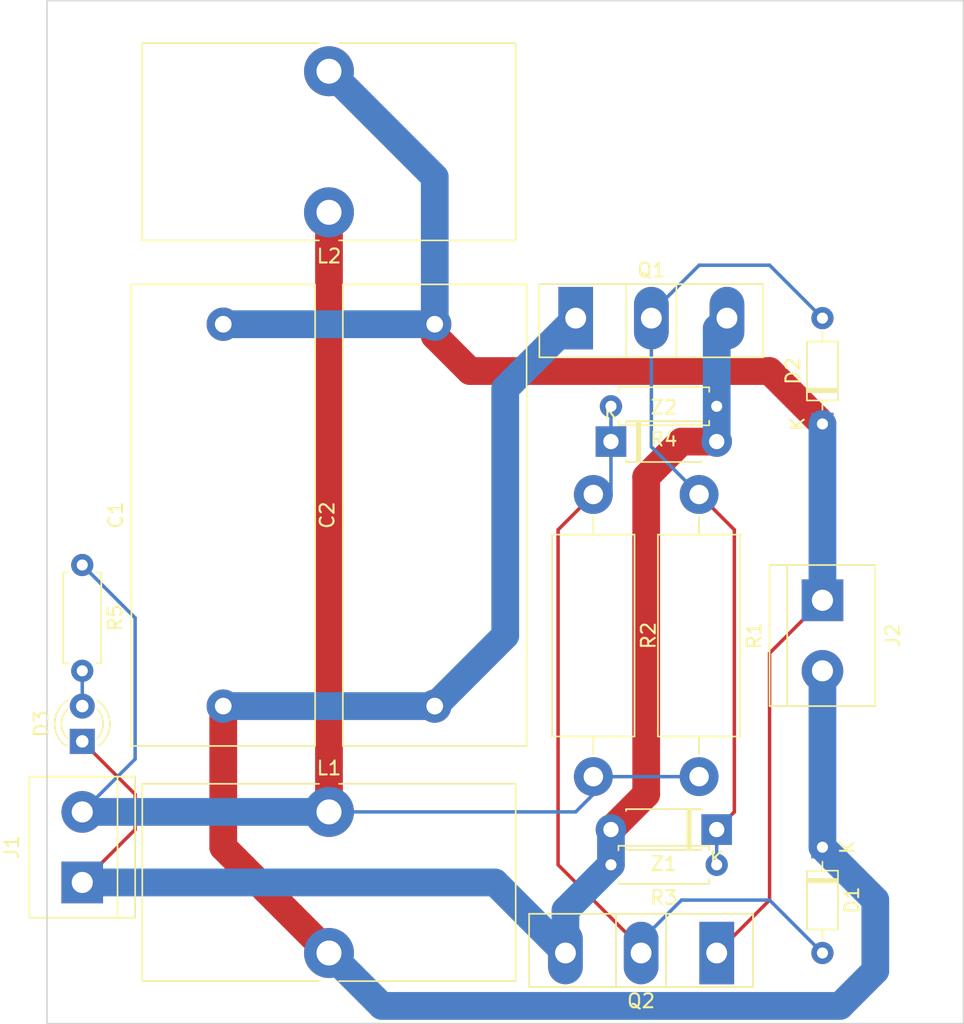
<source format=kicad_pcb>
(kicad_pcb (version 20211014) (generator pcbnew)
  (layers (0 "F.Cu" signal) (31 "B.Cu" signal) (34 "B.Paste" user) (35 "F.Paste" user) (36 "B.SilkS" user "B.Silkscreen") (37 "F.SilkS" user "F.Silkscreen") (38 "B.Mask" user) (39 "F.Mask" user) (44 "Edge.Cuts" user))
  (net 0 "")
  (net 1 "Net-(D1-Pad2)")
  (net 2 "Net-(D2-Pad2)")
  (net 3 "/DCInput-")
  (net 4 "/DCInput+")
  (net 5 "/Output-")
  (net 6 "/Output+")
  (net 7 "Net-(D3-Pad2)")
  (footprint "Diode_THT:D_DO-35_SOD27_P7.62mm_Horizontal" (layer "F.Cu") (at 149.86 68.58 -90)
    (fp_text reference "D1" (at 3.81 -2.12 90) (layer "F.SilkS"))
    (fp_text value "FR107")
    (fp_text user "K" (at 0 -1.8 90) (layer "F.SilkS"))
    (fp_line (start 1.04 0) (end 1.69 0) (layer "F.SilkS") (width 0.12))
    (fp_line (start 1.69 -1.12) (end 1.69 1.12) (layer "F.SilkS") (width 0.12))
    (fp_line (start 5.93 1.12) (end 5.93 -1.12) (layer "F.SilkS") (width 0.12))
    (fp_line (start 1.69 1.12) (end 5.93 1.12) (layer "F.SilkS") (width 0.12))
    (fp_line (start 2.29 -1.12) (end 2.29 1.12) (layer "F.SilkS") (width 0.12))
    (fp_line (start 5.93 -1.12) (end 1.69 -1.12) (layer "F.SilkS") (width 0.12))
    (fp_line (start 2.53 -1.12) (end 2.53 1.12) (layer "F.SilkS") (width 0.12))
    (fp_line (start 2.41 -1.12) (end 2.41 1.12) (layer "F.SilkS") (width 0.12))
    (fp_line (start 6.58 0) (end 5.93 0) (layer "F.SilkS") (width 0.12))
    (pad "1" thru_hole rect (at 0 0 270) (size 1.6 1.6) (drill 0.8) (layers *.Cu *.Mask) (net 6 "/Output+"))
    (pad "2" thru_hole oval (at 7.62 0 270) (size 1.6 1.6) (drill 0.8) (layers *.Cu *.Mask) (net 1 "Net-(D1-Pad2)"))
  )
  (footprint "Diode_THT:D_DO-35_SOD27_P7.62mm_Horizontal" (layer "F.Cu") (at 149.86 38.1 90)
    (fp_text reference "D2" (at 3.81 -2.12 90) (layer "F.SilkS"))
    (fp_text value "FR107")
    (fp_text user "K" (at 0 -1.8 90) (layer "F.SilkS"))
    (fp_line (start 5.93 1.12) (end 5.93 -1.12) (layer "F.SilkS") (width 0.12))
    (fp_line (start 1.04 0) (end 1.69 0) (layer "F.SilkS") (width 0.12))
    (fp_line (start 6.58 0) (end 5.93 0) (layer "F.SilkS") (width 0.12))
    (fp_line (start 2.41 -1.12) (end 2.41 1.12) (layer "F.SilkS") (width 0.12))
    (fp_line (start 1.69 1.12) (end 5.93 1.12) (layer "F.SilkS") (width 0.12))
    (fp_line (start 2.53 -1.12) (end 2.53 1.12) (layer "F.SilkS") (width 0.12))
    (fp_line (start 2.29 -1.12) (end 2.29 1.12) (layer "F.SilkS") (width 0.12))
    (fp_line (start 1.69 -1.12) (end 1.69 1.12) (layer "F.SilkS") (width 0.12))
    (fp_line (start 5.93 -1.12) (end 1.69 -1.12) (layer "F.SilkS") (width 0.12))
    (pad "1" thru_hole rect (at 0 0 90) (size 1.6 1.6) (drill 0.8) (layers *.Cu *.Mask) (net 5 "/Output-"))
    (pad "2" thru_hole oval (at 7.62 0 90) (size 1.6 1.6) (drill 0.8) (layers *.Cu *.Mask) (net 2 "Net-(D2-Pad2)"))
  )
  (footprint "TerminalBlock:TerminalBlock_bornier-2_P5.08mm" (layer "F.Cu") (at 96.52 71.12 90)
    (fp_text reference "J1" (at 2.54 -5.08 90) (layer "F.SilkS"))
    (fp_text value "12V DC in")
    (fp_line (start -2.54 -3.81) (end -2.54 3.81) (layer "F.SilkS") (width 0.12))
    (fp_line (start -2.54 3.81) (end 7.62 3.81) (layer "F.SilkS") (width 0.12))
    (fp_line (start 7.62 2.54) (end -2.54 2.54) (layer "F.SilkS") (width 0.12))
    (fp_line (start 7.62 -3.81) (end -2.54 -3.81) (layer "F.SilkS") (width 0.12))
    (fp_line (start 7.62 3.81) (end 7.62 -3.81) (layer "F.SilkS") (width 0.12))
    (pad "1" thru_hole rect (at 0 0 90) (size 3 3) (drill 1.52) (layers *.Cu *.Mask) (net 3 "/DCInput-"))
    (pad "2" thru_hole circle (at 5.08 0 90) (size 3 3) (drill 1.52) (layers *.Cu *.Mask) (net 4 "/DCInput+"))
  )
  (footprint "TerminalBlock:TerminalBlock_bornier-2_P5.08mm" (layer "F.Cu") (at 149.86 50.8 -90)
    (fp_text reference "J2" (at 2.54 -5.08 90) (layer "F.SilkS"))
    (fp_text value "Output")
    (fp_line (start 7.62 3.81) (end 7.62 -3.81) (layer "F.SilkS") (width 0.12))
    (fp_line (start 7.62 2.54) (end -2.54 2.54) (layer "F.SilkS") (width 0.12))
    (fp_line (start -2.54 -3.81) (end -2.54 3.81) (layer "F.SilkS") (width 0.12))
    (fp_line (start -2.54 3.81) (end 7.62 3.81) (layer "F.SilkS") (width 0.12))
    (fp_line (start 7.62 -3.81) (end -2.54 -3.81) (layer "F.SilkS") (width 0.12))
    (pad "1" thru_hole rect (at 0 0 270) (size 3 3) (drill 1.52) (layers *.Cu *.Mask) (net 5 "/Output-"))
    (pad "2" thru_hole circle (at 5.08 0 270) (size 3 3) (drill 1.52) (layers *.Cu *.Mask) (net 6 "/Output+"))
  )
  (footprint "Package_TO_SOT_THT:TO-247-3_Vertical" (layer "F.Cu") (at 132.08 30.48)
    (fp_text reference "Q1" (at 5.45 -3.45) (layer "F.SilkS"))
    (fp_text value "IRFP250")
    (fp_line (start 13.52 -2.451) (end 13.52 2.82) (layer "F.SilkS") (width 0.12))
    (fp_line (start -2.62 2.82) (end 13.52 2.82) (layer "F.SilkS") (width 0.12))
    (fp_line (start 3.646 -2.451) (end 3.646 2.82) (layer "F.SilkS") (width 0.12))
    (fp_line (start 7.255 -2.451) (end 7.255 2.82) (layer "F.SilkS") (width 0.12))
    (fp_line (start -2.62 -2.451) (end -2.62 2.82) (layer "F.SilkS") (width 0.12))
    (fp_line (start -2.62 -2.451) (end 13.52 -2.451) (layer "F.SilkS") (width 0.12))
    (pad "1" thru_hole rect (at 0 0) (size 2.5 4.5) (drill 1.5) (layers *.Cu *.Mask) (net 6 "/Output+"))
    (pad "2" thru_hole oval (at 5.45 0) (size 2.5 4.5) (drill 1.5) (layers *.Cu *.Mask) (net 2 "Net-(D2-Pad2)"))
    (pad "3" thru_hole oval (at 10.9 0) (size 2.5 4.5) (drill 1.5) (layers *.Cu *.Mask) (net 3 "/DCInput-"))
  )
  (footprint "Package_TO_SOT_THT:TO-247-3_Vertical" (layer "F.Cu") (at 142.24 76.2 180)
    (fp_text reference "Q2" (at 5.45 -3.45) (layer "F.SilkS"))
    (fp_text value "IRFP250")
    (fp_line (start -2.62 2.82) (end 13.52 2.82) (layer "F.SilkS") (width 0.12))
    (fp_line (start -2.62 -2.451) (end 13.52 -2.451) (layer "F.SilkS") (width 0.12))
    (fp_line (start 3.646 -2.451) (end 3.646 2.82) (layer "F.SilkS") (width 0.12))
    (fp_line (start 13.52 -2.451) (end 13.52 2.82) (layer "F.SilkS") (width 0.12))
    (fp_line (start -2.62 -2.451) (end -2.62 2.82) (layer "F.SilkS") (width 0.12))
    (fp_line (start 7.255 -2.451) (end 7.255 2.82) (layer "F.SilkS") (width 0.12))
    (pad "1" thru_hole rect (at 0 0 180) (size 2.5 4.5) (drill 1.5) (layers *.Cu *.Mask) (net 5 "/Output-"))
    (pad "2" thru_hole oval (at 5.45 0 180) (size 2.5 4.5) (drill 1.5) (layers *.Cu *.Mask) (net 1 "Net-(D1-Pad2)"))
    (pad "3" thru_hole oval (at 10.9 0 180) (size 2.5 4.5) (drill 1.5) (layers *.Cu *.Mask) (net 3 "/DCInput-"))
  )
  (footprint "Resistor_THT:R_Axial_DIN0614_L14.3mm_D5.7mm_P20.32mm_Horizontal" (layer "F.Cu") (at 140.97 43.18 -90)
    (fp_text reference "R1" (at 10.16 -3.97 90) (layer "F.SilkS"))
    (fp_text value "470 2W")
    (fp_line (start 1.64 0) (end 2.89 0) (layer "F.SilkS") (width 0.12))
    (fp_line (start 17.43 2.97) (end 17.43 -2.97) (layer "F.SilkS") (width 0.12))
    (fp_line (start 2.89 2.97) (end 17.43 2.97) (layer "F.SilkS") (width 0.12))
    (fp_line (start 17.43 -2.97) (end 2.89 -2.97) (layer "F.SilkS") (width 0.12))
    (fp_line (start 18.68 0) (end 17.43 0) (layer "F.SilkS") (width 0.12))
    (fp_line (start 2.89 -2.97) (end 2.89 2.97) (layer "F.SilkS") (width 0.12))
    (pad "1" thru_hole circle (at 0 0 270) (size 2.8 2.8) (drill 1.4) (layers *.Cu *.Mask) (net 2 "Net-(D2-Pad2)"))
    (pad "2" thru_hole oval (at 20.32 0 270) (size 2.8 2.8) (drill 1.4) (layers *.Cu *.Mask) (net 4 "/DCInput+"))
  )
  (footprint "Resistor_THT:R_Axial_DIN0614_L14.3mm_D5.7mm_P20.32mm_Horizontal" (layer "F.Cu") (at 133.35 43.18 -90)
    (fp_text reference "R2" (at 10.16 -3.97 90) (layer "F.SilkS"))
    (fp_text value "470 2W")
    (fp_line (start 17.43 -2.97) (end 2.89 -2.97) (layer "F.SilkS") (width 0.12))
    (fp_line (start 2.89 2.97) (end 17.43 2.97) (layer "F.SilkS") (width 0.12))
    (fp_line (start 1.64 0) (end 2.89 0) (layer "F.SilkS") (width 0.12))
    (fp_line (start 17.43 2.97) (end 17.43 -2.97) (layer "F.SilkS") (width 0.12))
    (fp_line (start 2.89 -2.97) (end 2.89 2.97) (layer "F.SilkS") (width 0.12))
    (fp_line (start 18.68 0) (end 17.43 0) (layer "F.SilkS") (width 0.12))
    (pad "1" thru_hole circle (at 0 0 270) (size 2.8 2.8) (drill 1.4) (layers *.Cu *.Mask) (net 1 "Net-(D1-Pad2)"))
    (pad "2" thru_hole oval (at 20.32 0 270) (size 2.8 2.8) (drill 1.4) (layers *.Cu *.Mask) (net 4 "/DCInput+"))
  )
  (footprint "Resistor_THT:R_Axial_DIN0207_L6.3mm_D2.5mm_P7.62mm_Horizontal" (layer "F.Cu") (at 142.24 69.85 180)
    (fp_text reference "R3" (at 3.81 -2.37) (layer "F.SilkS"))
    (fp_text value "10K")
    (fp_line (start 7.08 -1.37) (end 7.08 -1.04) (layer "F.SilkS") (width 0.12))
    (fp_line (start 0.54 -1.37) (end 7.08 -1.37) (layer "F.SilkS") (width 0.12))
    (fp_line (start 0.54 -1.04) (end 0.54 -1.37) (layer "F.SilkS") (width 0.12))
    (fp_line (start 0.54 1.04) (end 0.54 1.37) (layer "F.SilkS") (width 0.12))
    (fp_line (start 0.54 1.37) (end 7.08 1.37) (layer "F.SilkS") (width 0.12))
    (fp_line (start 7.08 1.37) (end 7.08 1.04) (layer "F.SilkS") (width 0.12))
    (pad "1" thru_hole circle (at 0 0 180) (size 1.6 1.6) (drill 0.8) (layers *.Cu *.Mask) (net 2 "Net-(D2-Pad2)"))
    (pad "2" thru_hole oval (at 7.62 0 180) (size 1.6 1.6) (drill 0.8) (layers *.Cu *.Mask) (net 3 "/DCInput-"))
  )
  (footprint "Resistor_THT:R_Axial_DIN0207_L6.3mm_D2.5mm_P7.62mm_Horizontal" (layer "F.Cu") (at 142.24 36.83 180)
    (fp_text reference "R4" (at 3.81 -2.37) (layer "F.SilkS"))
    (fp_text value "10K")
    (fp_line (start 0.54 -1.37) (end 7.08 -1.37) (layer "F.SilkS") (width 0.12))
    (fp_line (start 7.08 1.37) (end 7.08 1.04) (layer "F.SilkS") (width 0.12))
    (fp_line (start 0.54 1.04) (end 0.54 1.37) (layer "F.SilkS") (width 0.12))
    (fp_line (start 7.08 -1.37) (end 7.08 -1.04) (layer "F.SilkS") (width 0.12))
    (fp_line (start 0.54 1.37) (end 7.08 1.37) (layer "F.SilkS") (width 0.12))
    (fp_line (start 0.54 -1.04) (end 0.54 -1.37) (layer "F.SilkS") (width 0.12))
    (pad "1" thru_hole circle (at 0 0 180) (size 1.6 1.6) (drill 0.8) (layers *.Cu *.Mask) (net 3 "/DCInput-"))
    (pad "2" thru_hole oval (at 7.62 0 180) (size 1.6 1.6) (drill 0.8) (layers *.Cu *.Mask) (net 1 "Net-(D1-Pad2)"))
  )
  (footprint "Capacitor_THT:C_Rect_L33.0mm_W13.0mm_P27.50mm_MKS4" (layer "F.Cu") (at 106.68 58.42 90)
    (fp_text reference "C1" (at 13.75 -7.75 90) (layer "F.SilkS"))
    (fp_text value "MKP 0.33uF")
    (fp_line (start -2.87 6.62) (end 30.37 6.62) (layer "F.SilkS") (width 0.12))
    (fp_line (start 30.37 -6.62) (end 30.37 6.62) (layer "F.SilkS") (width 0.12))
    (fp_line (start -2.87 -6.62) (end 30.37 -6.62) (layer "F.SilkS") (width 0.12))
    (fp_line (start -2.87 -6.62) (end -2.87 6.62) (layer "F.SilkS") (width 0.12))
    (pad "1" thru_hole circle (at 0 0 90) (size 2.4 2.4) (drill 1.2) (layers *.Cu *.Mask) (net 6 "/Output+"))
    (pad "2" thru_hole circle (at 27.5 0 90) (size 2.4 2.4) (drill 1.2) (layers *.Cu *.Mask) (net 5 "/Output-"))
  )
  (footprint "Capacitor_THT:C_Rect_L33.0mm_W13.0mm_P27.50mm_MKS4" (layer "F.Cu") (at 121.92 58.42 90)
    (fp_text reference "C2" (at 13.75 -7.75 90) (layer "F.SilkS"))
    (fp_text value "MKP 0.33uF")
    (fp_line (start -2.87 6.62) (end 30.37 6.62) (layer "F.SilkS") (width 0.12))
    (fp_line (start -2.87 -6.62) (end -2.87 6.62) (layer "F.SilkS") (width 0.12))
    (fp_line (start -2.87 -6.62) (end 30.37 -6.62) (layer "F.SilkS") (width 0.12))
    (fp_line (start 30.37 -6.62) (end 30.37 6.62) (layer "F.SilkS") (width 0.12))
    (pad "1" thru_hole circle (at 0 0 90) (size 2.4 2.4) (drill 1.2) (layers *.Cu *.Mask) (net 6 "/Output+"))
    (pad "2" thru_hole circle (at 27.5 0 90) (size 2.4 2.4) (drill 1.2) (layers *.Cu *.Mask) (net 5 "/Output-"))
  )
  (footprint "Inductor_THT:L_Toroid_Vertical_L26.7mm_W14.0mm_P10.16mm_Pulse_D" (layer "F.Cu") (at 114.3 66.04)
    (fp_text reference "L1" (at 0 -3.155) (layer "F.SilkS"))
    (fp_text value "100uH")
    (fp_line (start 0.725 12.185) (end 13.455 12.185) (layer "F.SilkS") (width 0.12))
    (fp_line (start 0.725 -2.025) (end 13.455 -2.025) (layer "F.SilkS") (width 0.12))
    (fp_line (start -13.455 -2.025) (end -13.455 12.185) (layer "F.SilkS") (width 0.12))
    (fp_line (start 13.455 -2.025) (end 13.455 12.185) (layer "F.SilkS") (width 0.12))
    (fp_line (start -13.455 -2.025) (end -0.725 -2.025) (layer "F.SilkS") (width 0.12))
    (fp_line (start -13.455 12.185) (end -0.725 12.185) (layer "F.SilkS") (width 0.12))
    (pad "1" thru_hole circle (at 0 0) (size 3.6 3.6) (drill 1.8) (layers *.Cu *.Mask) (net 4 "/DCInput+"))
    (pad "2" thru_hole circle (at 0 10.16) (size 3.6 3.6) (drill 1.8) (layers *.Cu *.Mask) (net 6 "/Output+"))
  )
  (footprint "Diode_THT:D_DO-41_SOD81_P7.62mm_Horizontal" (layer "F.Cu") (at 134.62 39.37)
    (fp_text reference "Z2" (at 3.81 -2.47) (layer "F.SilkS"))
    (fp_text value "1N4742")
    (fp_text user "K" (at 0 -2.1) (layer "F.SilkS"))
    (fp_line (start 1.09 1.47) (end 6.53 1.47) (layer "F.SilkS") (width 0.12))
    (fp_line (start 1.09 1.34) (end 1.09 1.47) (layer "F.SilkS") (width 0.12))
    (fp_line (start 6.53 1.47) (end 6.53 1.34) (layer "F.SilkS") (width 0.12))
    (fp_line (start 1.99 -1.47) (end 1.99 1.47) (layer "F.SilkS") (width 0.12))
    (fp_line (start 1.87 -1.47) (end 1.87 1.47) (layer "F.SilkS") (width 0.12))
    (fp_line (start 2.11 -1.47) (end 2.11 1.47) (layer "F.SilkS") (width 0.12))
    (fp_line (start 1.09 -1.47) (end 6.53 -1.47) (layer "F.SilkS") (width 0.12))
    (fp_line (start 6.53 -1.47) (end 6.53 -1.34) (layer "F.SilkS") (width 0.12))
    (fp_line (start 1.09 -1.34) (end 1.09 -1.47) (layer "F.SilkS") (width 0.12))
    (pad "1" thru_hole rect (at 0 0) (size 2.2 2.2) (drill 1.1) (layers *.Cu *.Mask) (net 1 "Net-(D1-Pad2)"))
    (pad "2" thru_hole oval (at 7.62 0) (size 2.2 2.2) (drill 1.1) (layers *.Cu *.Mask) (net 3 "/DCInput-"))
  )
  (footprint "Diode_THT:D_DO-41_SOD81_P7.62mm_Horizontal" (layer "F.Cu") (at 142.24 67.31 180)
    (fp_text reference "Z1" (at 3.81 -2.47) (layer "F.SilkS"))
    (fp_text value "1N4742")
    (fp_text user "K" (at 0 -2.1) (layer "F.SilkS"))
    (fp_line (start 1.09 1.47) (end 6.53 1.47) (layer "F.SilkS") (width 0.12))
    (fp_line (start 1.09 -1.47) (end 6.53 -1.47) (layer "F.SilkS") (width 0.12))
    (fp_line (start 1.99 -1.47) (end 1.99 1.47) (layer "F.SilkS") (width 0.12))
    (fp_line (start 6.53 -1.47) (end 6.53 -1.34) (layer "F.SilkS") (width 0.12))
    (fp_line (start 2.11 -1.47) (end 2.11 1.47) (layer "F.SilkS") (width 0.12))
    (fp_line (start 1.87 -1.47) (end 1.87 1.47) (layer "F.SilkS") (width 0.12))
    (fp_line (start 1.09 1.34) (end 1.09 1.47) (layer "F.SilkS") (width 0.12))
    (fp_line (start 1.09 -1.34) (end 1.09 -1.47) (layer "F.SilkS") (width 0.12))
    (fp_line (start 6.53 1.47) (end 6.53 1.34) (layer "F.SilkS") (width 0.12))
    (pad "1" thru_hole rect (at 0 0 180) (size 2.2 2.2) (drill 1.1) (layers *.Cu *.Mask) (net 2 "Net-(D2-Pad2)"))
    (pad "2" thru_hole oval (at 7.62 0 180) (size 2.2 2.2) (drill 1.1) (layers *.Cu *.Mask) (net 3 "/DCInput-"))
  )
  (footprint "Inductor_THT:L_Toroid_Vertical_L26.7mm_W14.0mm_P10.16mm_Pulse_D" (layer "F.Cu") (at 114.3 22.86 180)
    (fp_text reference "L2" (at 0 -3.155) (layer "F.SilkS"))
    (fp_text value "100uH")
    (fp_line (start 13.455 -2.025) (end 13.455 12.185) (layer "F.SilkS") (width 0.12))
    (fp_line (start -13.455 -2.025) (end -13.455 12.185) (layer "F.SilkS") (width 0.12))
    (fp_line (start -13.455 12.185) (end -0.725 12.185) (layer "F.SilkS") (width 0.12))
    (fp_line (start 0.725 -2.025) (end 13.455 -2.025) (layer "F.SilkS") (width 0.12))
    (fp_line (start -13.455 -2.025) (end -0.725 -2.025) (layer "F.SilkS") (width 0.12))
    (fp_line (start 0.725 12.185) (end 13.455 12.185) (layer "F.SilkS") (width 0.12))
    (pad "1" thru_hole circle (at 0 0 180) (size 3.6 3.6) (drill 1.8) (layers *.Cu *.Mask) (net 4 "/DCInput+"))
    (pad "2" thru_hole circle (at 0 10.16 180) (size 3.6 3.6) (drill 1.8) (layers *.Cu *.Mask) (net 5 "/Output-"))
  )
  (footprint "LED_THT:LED_D3.0mm_FlatTop" (layer "F.Cu") (at 96.52 60.96 90)
    (fp_text reference "D3" (at 1.27 -2.96 90) (layer "F.SilkS"))
    (fp_text value "LED")
    (fp_line (start -0.29 1.08) (end -0.29 1.236) (layer "F.SilkS") (width 0.12))
    (fp_line (start -0.29 -1.236) (end -0.29 -1.08) (layer "F.SilkS") (width 0.12))
    (fp_arc (start -0.29 -1.235516) (mid 1.366487 -1.987659) (end 2.942335 -1.078608) (layer "F.SilkS") (width 0.12))
    (fp_arc (start 2.942335 1.078608) (mid 1.366487 1.987659) (end -0.29 1.235516) (layer "F.SilkS") (width 0.12))
    (fp_arc (start 2.31113 1.079837) (mid 1.270117 1.5) (end 0.229039 1.08) (layer "F.SilkS") (width 0.12))
    (fp_arc (start 0.229039 -1.08) (mid 1.270117 -1.5) (end 2.31113 -1.079837) (layer "F.SilkS") (width 0.12))
    (pad "1" thru_hole rect (at 0 0 90) (size 1.8 1.8) (drill 0.9) (layers *.Cu *.Mask) (net 3 "/DCInput-"))
    (pad "2" thru_hole circle (at 2.54 0 90) (size 1.8 1.8) (drill 0.9) (layers *.Cu *.Mask) (net 7 "Net-(D3-Pad2)"))
  )
  (footprint "Resistor_THT:R_Axial_DIN0207_L6.3mm_D2.5mm_P7.62mm_Horizontal" (layer "F.Cu") (at 96.52 48.26 -90)
    (fp_text reference "R5" (at 3.81 -2.37 90) (layer "F.SilkS"))
    (fp_text value "2.2K")
    (fp_line (start 0.54 1.04) (end 0.54 1.37) (layer "F.SilkS") (width 0.12))
    (fp_line (start 7.08 -1.37) (end 7.08 -1.04) (layer "F.SilkS") (width 0.12))
    (fp_line (start 0.54 -1.04) (end 0.54 -1.37) (layer "F.SilkS") (width 0.12))
    (fp_line (start 0.54 1.37) (end 7.08 1.37) (layer "F.SilkS") (width 0.12))
    (fp_line (start 0.54 -1.37) (end 7.08 -1.37) (layer "F.SilkS") (width 0.12))
    (fp_line (start 7.08 1.37) (end 7.08 1.04) (layer "F.SilkS") (width 0.12))
    (pad "1" thru_hole circle (at 0 0 270) (size 1.6 1.6) (drill 0.8) (layers *.Cu *.Mask) (net 4 "/DCInput+"))
    (pad "2" thru_hole oval (at 7.62 0 270) (size 1.6 1.6) (drill 0.8) (layers *.Cu *.Mask) (net 7 "Net-(D3-Pad2)"))
  )
  (gr_line (start 160.02 7.62) (end 93.98 7.62) (layer "Edge.Cuts") (width 0.1))
  (gr_line (start 93.98 81.28) (end 160.02 81.28) (layer "Edge.Cuts") (width 0.1))
  (gr_line (start 160.02 81.28) (end 160.02 7.62) (layer "Edge.Cuts") (width 0.1))
  (gr_line (start 93.98 7.62) (end 93.98 81.28) (layer "Edge.Cuts") (width 0.1))
  (segment (start 136.79 76.2) (end 136.79 75.83) (width 0.25) (layer "F.Cu") (net 1))
  (segment (start 130.81 45.72) (end 133.35 43.18) (width 0.25) (layer "F.Cu") (net 1))
  (segment (start 136.79 75.83) (end 130.81 69.85) (width 0.25) (layer "F.Cu") (net 1))
  (segment (start 130.81 69.85) (end 130.81 45.72) (width 0.25) (layer "F.Cu") (net 1))
  (segment (start 136.79 76.2) (end 137.16 76.2) (width 0.25) (layer "F.Cu") (net 1))
  (segment (start 146.05 72.39) (end 149.86 76.2) (width 0.25) (layer "B.Cu") (net 1))
  (segment (start 136.79 76.2) (end 136.79 75.3) (width 0.25) (layer "B.Cu") (net 1))
  (segment (start 134.62 39.37) (end 134.62 43.18) (width 0.25) (layer "B.Cu") (net 1))
  (segment (start 139.7 72.39) (end 146.05 72.39) (width 0.25) (layer "B.Cu") (net 1))
  (segment (start 136.79 75.3) (end 139.7 72.39) (width 0.25) (layer "B.Cu") (net 1))
  (segment (start 134.62 36.83) (end 134.62 39.37) (width 0.25) (layer "B.Cu") (net 1))
  (segment (start 143.51 66.04) (end 143.51 45.72) (width 0.25) (layer "F.Cu") (net 2))
  (segment (start 140.97 43.18) (end 143.51 45.72) (width 0.25) (layer "F.Cu") (net 2))
  (segment (start 143.51 66.04) (end 142.24 67.31) (width 0.25) (layer "F.Cu") (net 2))
  (segment (start 140.97 43.18) (end 137.53 39.74) (width 0.25) (layer "B.Cu") (net 2))
  (segment (start 142.24 69.85) (end 142.24 67.31) (width 0.25) (layer "B.Cu") (net 2))
  (segment (start 146.05 26.67) (end 149.86 30.48) (width 0.25) (layer "B.Cu") (net 2))
  (segment (start 137.53 30.48) (end 137.53 30.11) (width 0.25) (layer "B.Cu") (net 2))
  (segment (start 137.53 39.74) (end 137.53 30.48) (width 0.25) (layer "B.Cu") (net 2))
  (segment (start 140.97 26.67) (end 146.05 26.67) (width 0.25) (layer "B.Cu") (net 2))
  (segment (start 137.53 30.11) (end 140.97 26.67) (width 0.25) (layer "B.Cu") (net 2))
  (segment (start 137.16 41.91) (end 139.7 39.37) (width 2) (layer "F.Cu") (net 3))
  (segment (start 139.7 39.37) (end 142.24 39.37) (width 2) (layer "F.Cu") (net 3))
  (segment (start 96.52 60.96) (end 100.33 64.77) (width 0.25) (layer "F.Cu") (net 3))
  (segment (start 134.62 67.31) (end 137.16 64.77) (width 2) (layer "F.Cu") (net 3))
  (segment (start 137.16 64.77) (end 137.16 41.91) (width 2) (layer "F.Cu") (net 3))
  (segment (start 100.33 64.77) (end 100.33 67.31) (width 0.25) (layer "F.Cu") (net 3))
  (segment (start 100.33 67.31) (end 96.52 71.12) (width 0.25) (layer "F.Cu") (net 3))
  (segment (start 142.24 31.22) (end 142.98 30.48) (width 2) (layer "B.Cu") (net 3))
  (segment (start 126.26 71.12) (end 131.34 76.2) (width 2) (layer "B.Cu") (net 3))
  (segment (start 142.24 39.37) (end 142.24 36.83) (width 2) (layer "B.Cu") (net 3))
  (segment (start 134.62 69.85) (end 134.62 67.31) (width 2) (layer "B.Cu") (net 3))
  (segment (start 131.34 76.2) (end 131.34 73.13) (width 2) (layer "B.Cu") (net 3))
  (segment (start 131.34 73.13) (end 134.62 69.85) (width 2) (layer "B.Cu") (net 3))
  (segment (start 142.24 36.83) (end 142.24 31.22) (width 2) (layer "B.Cu") (net 3))
  (segment (start 96.52 71.12) (end 126.26 71.12) (width 2) (layer "B.Cu") (net 3))
  (segment (start 114.3 22.86) (end 114.3 66.04) (width 2) (layer "F.Cu") (net 4))
  (segment (start 134.62 63.5) (end 140.97 63.5) (width 0.25) (layer "B.Cu") (net 4))
  (segment (start 100.33 62.23) (end 100.33 52.07) (width 0.25) (layer "B.Cu") (net 4))
  (segment (start 114.3 66.04) (end 132.08 66.04) (width 0.25) (layer "B.Cu") (net 4))
  (segment (start 100.33 52.07) (end 96.52 48.26) (width 0.25) (layer "B.Cu") (net 4))
  (segment (start 96.52 66.04) (end 100.33 62.23) (width 0.25) (layer "B.Cu") (net 4))
  (segment (start 132.08 66.04) (end 134.62 63.5) (width 0.25) (layer "B.Cu") (net 4))
  (segment (start 114.3 66.04) (end 96.52 66.04) (width 2) (layer "B.Cu") (net 4))
  (segment (start 121.92 30.92) (end 122.36 30.92) (width 0.25) (layer "F.Cu") (net 5))
  (segment (start 146.05 72.39) (end 146.05 54.61) (width 0.25) (layer "F.Cu") (net 5))
  (segment (start 142.24 76.2) (end 146.05 72.39) (width 0.25) (layer "F.Cu") (net 5))
  (segment (start 121.92 31.75) (end 124.46 34.29) (width 2) (layer "F.Cu") (net 5))
  (segment (start 121.92 30.92) (end 121.92 31.75) (width 2) (layer "F.Cu") (net 5))
  (segment (start 146.05 54.61) (end 149.86 50.8) (width 0.25) (layer "F.Cu") (net 5))
  (segment (start 146.05 34.29) (end 149.86 38.1) (width 2) (layer "F.Cu") (net 5))
  (segment (start 124.46 34.29) (end 146.05 34.29) (width 2) (layer "F.Cu") (net 5))
  (segment (start 149.86 38.1) (end 149.86 50.8) (width 2) (layer "B.Cu") (net 5))
  (segment (start 114.3 12.7) (end 121.92 20.32) (width 2) (layer "B.Cu") (net 5))
  (segment (start 106.68 30.92) (end 121.92 30.92) (width 2) (layer "B.Cu") (net 5))
  (segment (start 121.92 30.92) (end 121.92 20.32) (width 2) (layer "B.Cu") (net 5))
  (segment (start 106.68 68.58) (end 114.3 76.2) (width 2) (layer "F.Cu") (net 6))
  (segment (start 106.68 58.42) (end 106.68 68.58) (width 2) (layer "F.Cu") (net 6))
  (segment (start 153.67 72.39) (end 149.86 68.58) (width 2) (layer "B.Cu") (net 6))
  (segment (start 127 53.34) (end 127 35.56) (width 2) (layer "B.Cu") (net 6))
  (segment (start 127 35.56) (end 132.08 30.48) (width 2) (layer "B.Cu") (net 6))
  (segment (start 106.68 58.42) (end 121.92 58.42) (width 2) (layer "B.Cu") (net 6))
  (segment (start 127 53.34) (end 121.92 58.42) (width 2) (layer "B.Cu") (net 6))
  (segment (start 149.86 68.58) (end 149.86 55.88) (width 2) (layer "B.Cu") (net 6))
  (segment (start 114.3 76.2) (end 118.11 80.01) (width 2) (layer "B.Cu") (net 6))
  (segment (start 151.13 80.01) (end 153.67 77.47) (width 2) (layer "B.Cu") (net 6))
  (segment (start 118.11 80.01) (end 151.13 80.01) (width 2) (layer "B.Cu") (net 6))
  (segment (start 153.67 77.47) (end 153.67 72.39) (width 2) (layer "B.Cu") (net 6))
  (segment (start 96.52 55.88) (end 96.52 58.42) (width 0.25) (layer "B.Cu") (net 7))
)
</source>
